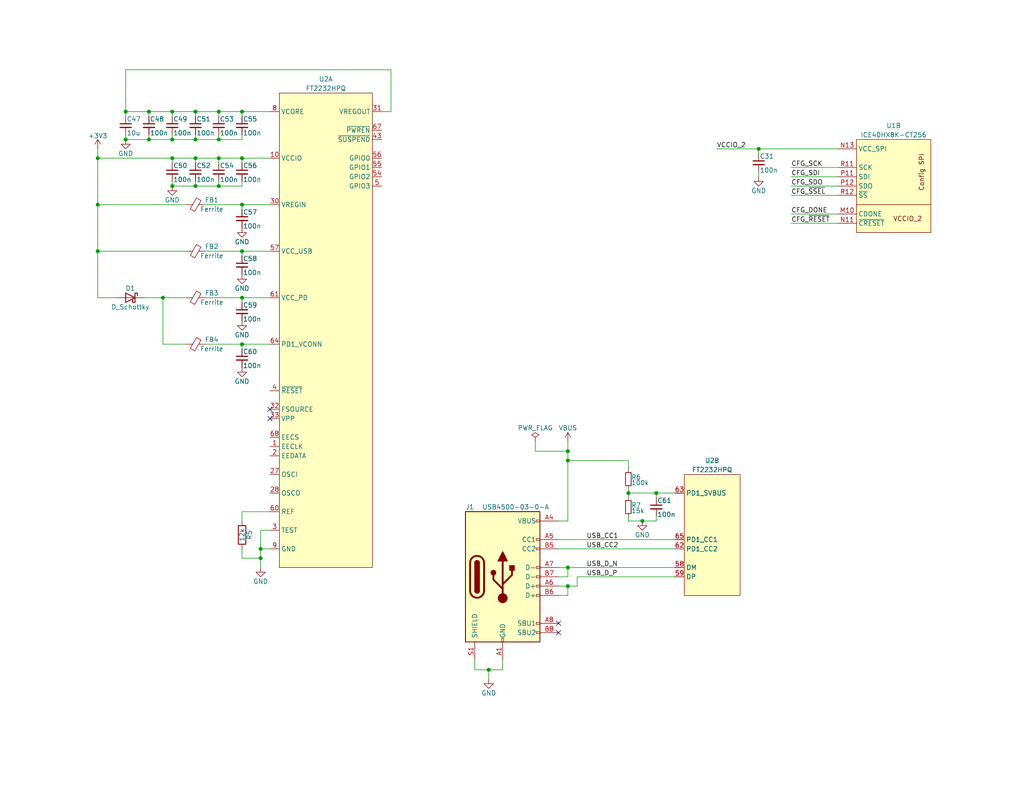
<source format=kicad_sch>
(kicad_sch (version 20211123) (generator eeschema)
  (paper "USLetter")
  (title_block (title "iCE40HX8K Development Board") (date "2022-04-30") (rev "0.1") (company "© 2022 Sam Hanes, licensed under CERN-OHL-S v2+") (comment 1 "https://github.com/Elemecca/ice40-dev"))
  (lib_symbols
    (symbol "0Local:FT2232HPQ"
      (property "Reference" "U" (at 0 26.67 0))
      (property "Value" "FT2232HPQ" (at 0 24.13 0))
      (symbol "FT2232HPQ_1_1"
        (rectangle (start -12.7 22.86) (end 12.7 -106.68) (fill (type background)))
        (pin output line (at -15.24 -73.66 0) (length 2.54) (name "EECLK") (number "1"))
        (pin power_in line (at -15.24 5.08 0) (length 2.54) (name "VCCIO") (number "10"))
        (pin bidirectional line (at -15.24 -76.2 0) (length 2.54) (name "EEDATA") (number "2"))
        (pin passive line (at -15.24 17.78 0) (length 2.54) hide (name "VCORE") (number "25"))
        (pin passive line (at -15.24 5.08 0) (length 2.54) hide (name "VCCIO") (number "26"))
        (pin input line (at -15.24 -81.28 0) (length 2.54) (name "OSCI") (number "27"))
        (pin output line (at -15.24 -86.36 0) (length 2.54) (name "OSCO") (number "28"))
        (pin passive line (at -15.24 -101.6 0) (length 2.54) hide (name "GND") (number "29"))
        (pin input line (at -15.24 -96.52 0) (length 2.54) (name "TEST") (number "3"))
        (pin power_in line (at -15.24 -7.62 0) (length 2.54) (name "VREGIN") (number "30"))
        (pin power_out line (at 15.24 17.78 180) (length 2.54) (name "VREGOUT") (number "31"))
        (pin power_in line (at -15.24 -63.5 0) (length 2.54) (name "FSOURCE") (number "32"))
        (pin power_in line (at -15.24 -66.04 0) (length 2.54) (name "VPP") (number "33"))
        (pin passive line (at -15.24 5.08 0) (length 2.54) hide (name "VCCIO") (number "39"))
        (pin input line (at -15.24 -58.42 0) (length 2.54) (name "~{RESET}") (number "4"))
        (pin output line (at 15.24 10.16 180) (length 2.54) (name "~{SUSPEND}") (number "43"))
        (pin passive line (at -15.24 17.78 0) (length 2.54) hide (name "VCORE") (number "44"))
        (pin bidirectional line (at 15.24 -2.54 180) (length 2.54) (name "GPIO3") (number "5"))
        (pin passive line (at -15.24 5.08 0) (length 2.54) hide (name "VCCIO") (number "51"))
        (pin bidirectional line (at 15.24 0 180) (length 2.54) (name "GPIO2") (number "54"))
        (pin bidirectional line (at 15.24 2.54 180) (length 2.54) (name "GPIO1") (number "55"))
        (pin bidirectional line (at 15.24 5.08 180) (length 2.54) (name "GPIO0") (number "56"))
        (pin power_in line (at -15.24 -20.32 0) (length 2.54) (name "VCC_USB") (number "57"))
        (pin input line (at -15.24 -91.44 0) (length 2.54) (name "REF") (number "60"))
        (pin power_in line (at -15.24 -33.02 0) (length 2.54) (name "VCC_PD") (number "61"))
        (pin power_in line (at -15.24 -45.72 0) (length 2.54) (name "PD1_VCONN") (number "64"))
        (pin passive line (at -15.24 17.78 0) (length 2.54) hide (name "VCORE") (number "66"))
        (pin output line (at 15.24 12.7 180) (length 2.54) (name "~{PWREN}") (number "67"))
        (pin bidirectional line (at -15.24 -71.12 0) (length 2.54) (name "EECS") (number "68"))
        (pin power_in line (at -15.24 17.78 0) (length 2.54) (name "VCORE") (number "8"))
        (pin power_in line (at -15.24 -101.6 0) (length 2.54) (name "GND") (number "9"))
      )
      (symbol "FT2232HPQ_2_1"
        (rectangle (start -7.62 22.86) (end 7.62 -10.16) (fill (type background)))
        (pin bidirectional line (at -10.16 -2.54 0) (length 2.54) (name "DM") (number "58"))
        (pin bidirectional line (at -10.16 -5.08 0) (length 2.54) (name "DP") (number "59"))
        (pin bidirectional line (at -10.16 2.54 0) (length 2.54) (name "PD1_CC2") (number "62"))
        (pin input line (at -10.16 17.78 0) (length 2.54) (name "PD1_SVBUS") (number "63"))
        (pin bidirectional line (at -10.16 5.08 0) (length 2.54) (name "PD1_CC1") (number "65"))
      )
      (symbol "FT2232HPQ_3_1"
        (rectangle (start 7.62 22.86) (end -7.62 -22.86) (fill (type background)))
        (pin bidirectional line (at 10.16 15.24 180) (length 2.54) (name "ADBUS2") (number "11"))
        (pin bidirectional line (at 10.16 12.7 180) (length 2.54) (name "ADBUS3") (number "12"))
        (pin bidirectional line (at 10.16 10.16 180) (length 2.54) (name "ADBUS4") (number "13"))
        (pin bidirectional line (at 10.16 7.62 180) (length 2.54) (name "ADBUS5") (number "14"))
        (pin bidirectional line (at 10.16 5.08 180) (length 2.54) (name "ADBUS6") (number "15"))
        (pin bidirectional line (at 10.16 2.54 180) (length 2.54) (name "ADBUS7") (number "16"))
        (pin bidirectional line (at 10.16 -2.54 180) (length 2.54) (name "ACBUS0") (number "17"))
        (pin bidirectional line (at 10.16 -5.08 180) (length 2.54) (name "ACBUS1") (number "18"))
        (pin bidirectional line (at 10.16 -7.62 180) (length 2.54) (name "ACBUS2") (number "19"))
        (pin bidirectional line (at 10.16 -10.16 180) (length 2.54) (name "ACBUS3") (number "20"))
        (pin bidirectional line (at 10.16 -12.7 180) (length 2.54) (name "ACBUS4") (number "21"))
        (pin bidirectional line (at 10.16 -15.24 180) (length 2.54) (name "ACBUS5") (number "22"))
        (pin bidirectional line (at 10.16 -17.78 180) (length 2.54) (name "ACBUS6") (number "23"))
        (pin bidirectional line (at 10.16 -20.32 180) (length 2.54) (name "ACBUS7") (number "24"))
        (pin bidirectional line (at 10.16 20.32 180) (length 2.54) (name "ADBUS0") (number "6"))
        (pin bidirectional line (at 10.16 17.78 180) (length 2.54) (name "ADBUS1") (number "7"))
      )
      (symbol "FT2232HPQ_4_1"
        (rectangle (start 7.62 22.86) (end -7.62 -22.86) (fill (type background)))
        (pin bidirectional line (at 10.16 20.32 180) (length 2.54) (name "BDBUS0") (number "34"))
        (pin bidirectional line (at 10.16 17.78 180) (length 2.54) (name "BDBUS1") (number "35"))
        (pin bidirectional line (at 10.16 15.24 180) (length 2.54) (name "BDBUS2") (number "36"))
        (pin bidirectional line (at 10.16 12.7 180) (length 2.54) (name "BDBUS3") (number "37"))
        (pin bidirectional line (at 10.16 10.16 180) (length 2.54) (name "BDBUS4") (number "38"))
        (pin bidirectional line (at 10.16 7.62 180) (length 2.54) (name "BDBUS5") (number "40"))
        (pin bidirectional line (at 10.16 5.08 180) (length 2.54) (name "BDBUS6") (number "41"))
        (pin bidirectional line (at 10.16 2.54 180) (length 2.54) (name "BDBUS7") (number "42"))
        (pin bidirectional line (at 10.16 -2.54 180) (length 2.54) (name "BCBUS0") (number "45"))
        (pin bidirectional line (at 10.16 -5.08 180) (length 2.54) (name "BCBUS1") (number "46"))
        (pin bidirectional line (at 10.16 -7.62 180) (length 2.54) (name "BCBUS2") (number "47"))
        (pin bidirectional line (at 10.16 -10.16 180) (length 2.54) (name "BCBUS3") (number "48"))
        (pin bidirectional line (at 10.16 -12.7 180) (length 2.54) (name "BCBUS4") (number "49"))
        (pin bidirectional line (at 10.16 -15.24 180) (length 2.54) (name "BCBUS5") (number "50"))
        (pin bidirectional line (at 10.16 -17.78 180) (length 2.54) (name "BCBUS6") (number "52"))
        (pin bidirectional line (at 10.16 -20.32 180) (length 2.54) (name "BCBUS7") (number "53"))
      )
    )
    (symbol "0Local:ICE40HX8K-CT256"
      (property "Reference" "U" (at 0 6.35 0))
      (property "Value" "ICE40HX8K-CT256" (at 0 3.81 0))
      (symbol "ICE40HX8K-CT256_1_0"
        (text "Power Input" (at 7.62 -19.05 900) (effects (font (size 1.27 1.27))))
      )
      (symbol "ICE40HX8K-CT256_1_1"
        (rectangle (start -10.16 2.54) (end 10.16 -40.64) (fill (type background)))
        (pin passive line (at -15.24 -38.1 0) (length 5.08) hide (name "GND") (number "A12"))
        (pin passive line (at -15.24 0 0) (length 5.08) hide (name "VCC") (number "A14"))
        (pin passive line (at -15.24 -38.1 0) (length 5.08) hide (name "GND") (number "A4"))
        (pin power_in line (at -15.24 -30.48 0) (length 5.08) (name "VPP_FAST") (number "D12"))
        (pin power_in line (at -15.24 -27.94 0) (length 5.08) (name "VPP_2V5") (number "E12"))
        (pin passive line (at -15.24 -38.1 0) (length 5.08) hide (name "GND") (number "E15"))
        (pin power_in line (at -15.24 -20.32 0) (length 5.08) (name "GNDPLL1") (number "E7"))
        (pin power_in line (at -15.24 -17.78 0) (length 5.08) (name "VCCPLL1") (number "E8"))
        (pin passive line (at -15.24 0 0) (length 5.08) hide (name "VCC") (number "F10"))
        (pin power_in line (at -15.24 0 0) (length 5.08) (name "VCC") (number "F6"))
        (pin passive line (at -15.24 -38.1 0) (length 5.08) hide (name "GND") (number "G7"))
        (pin passive line (at -15.24 -38.1 0) (length 5.08) hide (name "GND") (number "G8"))
        (pin passive line (at -15.24 -38.1 0) (length 5.08) hide (name "GND") (number "G9"))
        (pin passive line (at -15.24 -38.1 0) (length 5.08) hide (name "GND") (number "H7"))
        (pin passive line (at -15.24 -38.1 0) (length 5.08) hide (name "GND") (number "H8"))
        (pin passive line (at -15.24 -38.1 0) (length 5.08) hide (name "GND") (number "H9"))
        (pin passive line (at -15.24 -38.1 0) (length 5.08) hide (name "GND") (number "J7"))
        (pin passive line (at -15.24 -38.1 0) (length 5.08) hide (name "GND") (number "J8"))
        (pin passive line (at -15.24 -38.1 0) (length 5.08) hide (name "GND") (number "J9"))
        (pin passive line (at -15.24 0 0) (length 5.08) hide (name "VCC") (number "K10"))
        (pin passive line (at -15.24 -38.1 0) (length 5.08) hide (name "GND") (number "K2"))
        (pin passive line (at -15.24 0 0) (length 5.08) hide (name "VCC") (number "K6"))
        (pin passive line (at -15.24 -38.1 0) (length 5.08) hide (name "GND") (number "K7"))
        (pin passive line (at -15.24 -38.1 0) (length 5.08) hide (name "GND") (number "L15"))
        (pin passive line (at -15.24 0 0) (length 5.08) hide (name "VCC") (number "L2"))
        (pin power_in line (at -15.24 -7.62 0) (length 5.08) (name "VCCPLL0") (number "L8"))
        (pin power_in line (at -15.24 -10.16 0) (length 5.08) (name "GNDPLL0") (number "N8"))
        (pin passive line (at -15.24 -38.1 0) (length 5.08) hide (name "GND") (number "R7"))
        (pin passive line (at -15.24 -38.1 0) (length 5.08) hide (name "GND") (number "T12"))
        (pin power_in line (at -15.24 -38.1 0) (length 5.08) (name "GND") (number "T4"))
      )
      (symbol "ICE40HX8K-CT256_2_0"
        (polyline (pts (xy -10.16 -15.24) (xy 10.16 -15.24)))
        (text "Config SPI" (at 7.62 -6.35 900) (effects (font (size 1.27 1.27))))
        (text "VCCIO_2" (at 3.81 -19.05 0) (effects (font (size 1.27 1.27))))
      )
      (symbol "ICE40HX8K-CT256_2_1"
        (rectangle (start -10.16 2.54) (end 10.16 -22.86) (fill (type background)))
        (pin output line (at -15.24 -17.78 0) (length 5.08) (name "CDONE") (number "M10"))
        (pin input line (at -15.24 -20.32 0) (length 5.08) (name "~{CRESET}") (number "N11"))
        (pin power_in line (at -15.24 0 0) (length 5.08) (name "VCC_SPI") (number "N13"))
        (pin bidirectional line (at -15.24 -7.62 0) (length 5.08) (name "SDI") (number "P11"))
        (pin bidirectional line (at -15.24 -10.16 0) (length 5.08) (name "SDO") (number "P12"))
        (pin bidirectional line (at -15.24 -5.08 0) (length 5.08) (name "SCK") (number "R11"))
        (pin bidirectional line (at -15.24 -12.7 0) (length 5.08) (name "~{SS}") (number "R12"))
      )
      (symbol "ICE40HX8K-CT256_3_0"
        (text "IO Bank 3" (at -7.62 -31.75 900) (effects (font (size 1.27 1.27))))
      )
      (symbol "ICE40HX8K-CT256_3_1"
        (rectangle (start -10.16 2.54) (end 10.16 -134.62) (fill (type background)))
        (pin tri_state line (at 15.24 -10.16 180) (length 5.08) (name "PIO3_2B") (number "B1"))
        (pin tri_state line (at 15.24 -5.08 180) (length 5.08) (name "PIO3_1B") (number "B2"))
        (pin tri_state line (at 15.24 -12.7 180) (length 5.08) (name "PIO3_3A") (number "C1"))
        (pin tri_state line (at 15.24 -15.24 180) (length 5.08) (name "PIO3_3B") (number "C2"))
        (pin tri_state line (at 15.24 -25.4 180) (length 5.08) (name "PIO3_5B") (number "D1"))
        (pin tri_state line (at 15.24 -20.32 180) (length 5.08) (name "PIO3_4B") (number "D2"))
        (pin power_in line (at -15.24 0 0) (length 5.08) (name "VCCIO_3") (number "E1"))
        (pin tri_state line (at 15.24 -35.56 180) (length 5.08) (name "PIO3_7B") (number "E2"))
        (pin tri_state line (at 15.24 -30.48 180) (length 5.08) (name "PIO3_6B") (number "E3"))
        (pin tri_state line (at 15.24 -2.54 180) (length 5.08) (name "PIO3_1A") (number "E4"))
        (pin tri_state line (at 15.24 -50.8 180) (length 5.08) (name "PIO3_10B") (number "F1"))
        (pin tri_state line (at 15.24 -45.72 180) (length 5.08) (name "PIO3_9B") (number "F2"))
        (pin tri_state line (at 15.24 -40.64 180) (length 5.08) (name "PIO3_8B") (number "F3"))
        (pin tri_state line (at 15.24 -17.78 180) (length 5.08) (name "PIO3_4A") (number "F4"))
        (pin tri_state line (at 15.24 -7.62 180) (length 5.08) (name "PIO3_2A") (number "F5"))
        (pin tri_state line (at 15.24 -66.04 180) (length 5.08) (name "GBIN7/PIO3_13B") (number "G1"))
        (pin tri_state line (at 15.24 -55.88 180) (length 5.08) (name "PIO3_11B") (number "G2"))
        (pin tri_state line (at 15.24 -38.1 180) (length 5.08) (name "PIO3_8A") (number "G3"))
        (pin tri_state line (at 15.24 -27.94 180) (length 5.08) (name "PIO3_6A") (number "G4"))
        (pin tri_state line (at 15.24 -22.86 180) (length 5.08) (name "PIO3_5A") (number "G5"))
        (pin passive line (at -15.24 0 0) (length 5.08) hide (name "VCCIO_3") (number "G6"))
        (pin tri_state line (at 15.24 -71.12 180) (length 5.08) (name "PIO3_14B") (number "H1"))
        (pin tri_state line (at 15.24 -60.96 180) (length 5.08) (name "PIO3_12B") (number "H2"))
        (pin tri_state line (at 15.24 -43.18 180) (length 5.08) (name "PIO3_9A") (number "H3"))
        (pin tri_state line (at 15.24 -53.34 180) (length 5.08) (name "PIO3_11A") (number "H4"))
        (pin tri_state line (at 15.24 -33.02 180) (length 5.08) (name "PIO3_7A") (number "H5"))
        (pin tri_state line (at 15.24 -48.26 180) (length 5.08) (name "PIO3_10A") (number "H6"))
        (pin tri_state line (at 15.24 -76.2 180) (length 5.08) (name "PIO3_15B") (number "J1"))
        (pin tri_state line (at 15.24 -73.66 180) (length 5.08) (name "PIO3_15A") (number "J2"))
        (pin tri_state line (at 15.24 -68.58 180) (length 5.08) (name "GBIN6/PIO3_14A") (number "J3"))
        (pin tri_state line (at 15.24 -58.42 180) (length 5.08) (name "PIO3_12A") (number "J4"))
        (pin tri_state line (at 15.24 -63.5 180) (length 5.08) (name "PIO3_13A") (number "J5"))
        (pin passive line (at -15.24 0 0) (length 5.08) hide (name "VCCIO_3") (number "J6"))
        (pin tri_state line (at 15.24 -78.74 180) (length 5.08) (name "PIO3_16A") (number "K1"))
        (pin tri_state line (at 15.24 -81.28 180) (length 5.08) (name "PIO3_16B") (number "K3"))
        (pin tri_state line (at 15.24 -88.9 180) (length 5.08) (name "PIO3_18A") (number "K4"))
        (pin tri_state line (at 15.24 -99.06 180) (length 5.08) (name "PIO3_20A") (number "K5"))
        (pin tri_state line (at 15.24 -86.36 180) (length 5.08) (name "PIO3_17B") (number "L1"))
        (pin tri_state line (at 15.24 -96.52 180) (length 5.08) (name "PIO3_19B") (number "L3"))
        (pin tri_state line (at 15.24 -83.82 180) (length 5.08) (name "PIO3_17A") (number "L4"))
        (pin tri_state line (at 15.24 -114.3 180) (length 5.08) (name "PIO3_23A") (number "L5"))
        (pin tri_state line (at 15.24 -93.98 180) (length 5.08) (name "PIO3_19A") (number "L6"))
        (pin tri_state line (at 15.24 -104.14 180) (length 5.08) (name "PIO3_21A") (number "L7"))
        (pin tri_state line (at 15.24 -91.44 180) (length 5.08) (name "PIO3_18B") (number "M1"))
        (pin tri_state line (at 15.24 -101.6 180) (length 5.08) (name "PIO3_20B") (number "M2"))
        (pin tri_state line (at 15.24 -111.76 180) (length 5.08) (name "PIO3_22B") (number "M3"))
        (pin tri_state line (at 15.24 -121.92 180) (length 5.08) (name "PIO3_24B") (number "M4"))
        (pin tri_state line (at 15.24 -127 180) (length 5.08) (name "PIO3_25B") (number "M5"))
        (pin tri_state line (at 15.24 -109.22 180) (length 5.08) (name "PIO3_22A") (number "M6"))
        (pin passive line (at -15.24 0 0) (length 5.08) hide (name "VCCIO_3") (number "N1"))
        (pin tri_state line (at 15.24 -106.68 180) (length 5.08) (name "PIO3_21B") (number "N2"))
        (pin tri_state line (at 15.24 -116.84 180) (length 5.08) (name "PIO3_23B") (number "N3"))
        (pin tri_state line (at 15.24 -132.08 180) (length 5.08) (name "PIO3_26B") (number "N4"))
        (pin tri_state line (at 15.24 -119.38 180) (length 5.08) (name "PIO3_24A") (number "P1"))
        (pin tri_state line (at 15.24 -124.46 180) (length 5.08) (name "PIO3_25A") (number "P2"))
        (pin tri_state line (at 15.24 -129.54 180) (length 5.08) (name "PIO3_26A") (number "R1"))
      )
      (symbol "ICE40HX8K-CT256_4_0"
        (text "IO Bank 2" (at -7.62 -33.02 900) (effects (font (size 1.27 1.27))))
      )
      (symbol "ICE40HX8K-CT256_4_1"
        (rectangle (start -10.16 2.54) (end 10.16 -119.38) (fill (type background)))
        (pin tri_state line (at 15.24 -114.3 180) (length 5.08) (name "CBSEL0/PIO2_103") (number "K11"))
        (pin power_in line (at -15.24 0 0) (length 5.08) (name "VCCIO_2") (number "K8"))
        (pin tri_state line (at 15.24 -71.12 180) (length 5.08) (name "GBIN4/PIO2_82") (number "K9"))
        (pin tri_state line (at 15.24 -78.74 180) (length 5.08) (name "PIO2_85") (number "L10"))
        (pin tri_state line (at 15.24 -104.14 180) (length 5.08) (name "PIO2_99") (number "L11"))
        (pin tri_state line (at 15.24 -50.8 180) (length 5.08) (name "PIO2_74") (number "L9"))
        (pin tri_state line (at 15.24 -96.52 180) (length 5.08) (name "PIO2_93") (number "M11"))
        (pin tri_state line (at 15.24 -109.22 180) (length 5.08) (name "PIO2_101") (number "M12"))
        (pin tri_state line (at 15.24 -30.48 180) (length 5.08) (name "PIO2_64") (number "M7"))
        (pin tri_state line (at 15.24 -38.1 180) (length 5.08) (name "PIO2_68") (number "M8"))
        (pin tri_state line (at 15.24 -66.04 180) (length 5.08) (name "PIO2_80") (number "M9"))
        (pin tri_state line (at 15.24 -83.82 180) (length 5.08) (name "PIO2_87") (number "N10"))
        (pin tri_state line (at 15.24 -101.6 180) (length 5.08) (name "PIO2_98") (number "N12"))
        (pin tri_state line (at 15.24 -12.7 180) (length 5.08) (name "PIO2_56") (number "N5"))
        (pin tri_state line (at 15.24 -2.54 180) (length 5.08) (name "PIO2_52") (number "N6"))
        (pin tri_state line (at 15.24 -33.02 180) (length 5.08) (name "PIO2_66") (number "N7"))
        (pin tri_state line (at 15.24 -60.96 180) (length 5.08) (name "PIO2_78") (number "N9"))
        (pin tri_state line (at 15.24 -81.28 180) (length 5.08) (name "PIO2_86") (number "P10"))
        (pin tri_state line (at 15.24 -116.84 180) (length 5.08) (name "CBSEL1/PIO2_104") (number "P13"))
        (pin passive line (at -15.24 0 0) (length 5.08) hide (name "VCCIO_2") (number "P3"))
        (pin tri_state line (at 15.24 -7.62 180) (length 5.08) (name "PIO2_54") (number "P4"))
        (pin tri_state line (at 15.24 -17.78 180) (length 5.08) (name "PIO2_58") (number "P5"))
        (pin tri_state line (at 15.24 -35.56 180) (length 5.08) (name "PIO2_67") (number "P6"))
        (pin tri_state line (at 15.24 -58.42 180) (length 5.08) (name "PIO2_77") (number "P7"))
        (pin tri_state line (at 15.24 -45.72 180) (length 5.08) (name "PIO2_72") (number "P8"))
        (pin tri_state line (at 15.24 -73.66 180) (length 5.08) (name "PIO2_83") (number "P9"))
        (pin tri_state line (at 15.24 -76.2 180) (length 5.08) (name "PIO2_84") (number "R10"))
        (pin passive line (at -15.24 0 0) (length 5.08) hide (name "VCCIO_2") (number "R13"))
        (pin tri_state line (at 15.24 -111.76 180) (length 5.08) (name "PIO2_102") (number "R16"))
        (pin tri_state line (at 15.24 -10.16 180) (length 5.08) (name "PIO2_55") (number "R2"))
        (pin tri_state line (at 15.24 -20.32 180) (length 5.08) (name "PIO2_59") (number "R3"))
        (pin tri_state line (at 15.24 -27.94 180) (length 5.08) (name "PIO2_63") (number "R4"))
        (pin tri_state line (at 15.24 -22.86 180) (length 5.08) (name "PIO2_60") (number "R5"))
        (pin tri_state line (at 15.24 -43.18 180) (length 5.08) (name "PIO2_71") (number "R6"))
        (pin passive line (at -15.24 0 0) (length 5.08) hide (name "VCCIO_2") (number "R8"))
        (pin tri_state line (at 15.24 -68.58 180) (length 5.08) (name "GBIN5/PIO2_81") (number "R9"))
        (pin tri_state line (at 15.24 -5.08 180) (length 5.08) (name "PIO2_53") (number "T1"))
        (pin tri_state line (at 15.24 -86.36 180) (length 5.08) (name "PIO2_88") (number "T10"))
        (pin tri_state line (at 15.24 -88.9 180) (length 5.08) (name "PIO2_89") (number "T11"))
        (pin tri_state line (at 15.24 -99.06 180) (length 5.08) (name "PIO2_94") (number "T13"))
        (pin tri_state line (at 15.24 -93.98 180) (length 5.08) (name "PIO2_92") (number "T14"))
        (pin tri_state line (at 15.24 -91.44 180) (length 5.08) (name "PIO2_91") (number "T15"))
        (pin tri_state line (at 15.24 -106.68 180) (length 5.08) (name "PIO2_100") (number "T16"))
        (pin tri_state line (at 15.24 -15.24 180) (length 5.08) (name "PIO2_57") (number "T2"))
        (pin tri_state line (at 15.24 -25.4 180) (length 5.08) (name "PIO2_61") (number "T3"))
        (pin tri_state line (at 15.24 -40.64 180) (length 5.08) (name "PIO2_69") (number "T5"))
        (pin tri_state line (at 15.24 -48.26 180) (length 5.08) (name "PIO2_73") (number "T6"))
        (pin tri_state line (at 15.24 -53.34 180) (length 5.08) (name "PIO2_75") (number "T7"))
        (pin tri_state line (at 15.24 -55.88 180) (length 5.08) (name "PIO2_76") (number "T8"))
        (pin tri_state line (at 15.24 -63.5 180) (length 5.08) (name "PIO2_79") (number "T9"))
      )
      (symbol "ICE40HX8K-CT256_5_0"
        (text "IO Bank 1" (at -7.62 -35.56 900) (effects (font (size 1.27 1.27))))
      )
      (symbol "ICE40HX8K-CT256_5_1"
        (rectangle (start -10.16 2.54) (end 10.16 -134.62) (fill (type background)))
        (pin tri_state line (at 15.24 -127 180) (length 5.08) (name "PIO1_165") (number "B16"))
        (pin power_in line (at -15.24 0 0) (length 5.08) (name "VCCIO_1") (number "C15"))
        (pin tri_state line (at 15.24 -121.92 180) (length 5.08) (name "PIO1_161") (number "C16"))
        (pin tri_state line (at 15.24 -132.08 180) (length 5.08) (name "PIO1_167") (number "D14"))
        (pin tri_state line (at 15.24 -114.3 180) (length 5.08) (name "PIO1_157") (number "D15"))
        (pin tri_state line (at 15.24 -104.14 180) (length 5.08) (name "PIO1_153") (number "D16"))
        (pin tri_state line (at 15.24 -129.54 180) (length 5.08) (name "PIO1_166") (number "E13"))
        (pin tri_state line (at 15.24 -119.38 180) (length 5.08) (name "PIO1_160") (number "E14"))
        (pin tri_state line (at 15.24 -99.06 180) (length 5.08) (name "PIO1_151") (number "E16"))
        (pin tri_state line (at 15.24 -116.84 180) (length 5.08) (name "PIO1_158") (number "F11"))
        (pin tri_state line (at 15.24 -111.76 180) (length 5.08) (name "PIO1_156") (number "F12"))
        (pin tri_state line (at 15.24 -124.46 180) (length 5.08) (name "PIO1_162") (number "F13"))
        (pin tri_state line (at 15.24 -109.22 180) (length 5.08) (name "PIO1_155") (number "F14"))
        (pin tri_state line (at 15.24 -93.98 180) (length 5.08) (name "PIO1_149") (number "F15"))
        (pin tri_state line (at 15.24 -88.9 180) (length 5.08) (name "PIO1_147") (number "F16"))
        (pin tri_state line (at 15.24 -86.36 180) (length 5.08) (name "PIO1_146") (number "G10"))
        (pin tri_state line (at 15.24 -91.44 180) (length 5.08) (name "PIO1_148") (number "G11"))
        (pin tri_state line (at 15.24 -106.68 180) (length 5.08) (name "PIO1_154") (number "G12"))
        (pin tri_state line (at 15.24 -101.6 180) (length 5.08) (name "PIO1_152") (number "G13"))
        (pin tri_state line (at 15.24 -96.52 180) (length 5.08) (name "PIO1_150") (number "G14"))
        (pin tri_state line (at 15.24 -83.82 180) (length 5.08) (name "PIO1_145") (number "G15"))
        (pin tri_state line (at 15.24 -78.74 180) (length 5.08) (name "PIO1_143") (number "G16"))
        (pin passive line (at -15.24 0 0) (length 5.08) hide (name "VCCIO_1") (number "H10"))
        (pin tri_state line (at 15.24 -71.12 180) (length 5.08) (name "GBIN3/PIO1_140") (number "H11"))
        (pin tri_state line (at 15.24 -81.28 180) (length 5.08) (name "PIO1_144") (number "H12"))
        (pin tri_state line (at 15.24 -68.58 180) (length 5.08) (name "PIO1_139") (number "H13"))
        (pin tri_state line (at 15.24 -76.2 180) (length 5.08) (name "PIO1_142") (number "H14"))
        (pin passive line (at -15.24 0 0) (length 5.08) hide (name "VCCIO_1") (number "H15"))
        (pin tri_state line (at 15.24 -73.66 180) (length 5.08) (name "GBIN2/PIO1_141") (number "H16"))
        (pin tri_state line (at 15.24 -35.56 180) (length 5.08) (name "PIO1_122") (number "J10"))
        (pin tri_state line (at 15.24 -40.64 180) (length 5.08) (name "PIO1_126") (number "J11"))
        (pin tri_state line (at 15.24 -60.96 180) (length 5.08) (name "PIO1_136") (number "J12"))
        (pin tri_state line (at 15.24 -63.5 180) (length 5.08) (name "PIO1_137") (number "J13"))
        (pin tri_state line (at 15.24 -58.42 180) (length 5.08) (name "PIO1_134") (number "J14"))
        (pin tri_state line (at 15.24 -50.8 180) (length 5.08) (name "PIO1_130") (number "J15"))
        (pin tri_state line (at 15.24 -66.04 180) (length 5.08) (name "PIO1_138") (number "J16"))
        (pin tri_state line (at 15.24 -30.48 180) (length 5.08) (name "PIO1_120") (number "K12"))
        (pin tri_state line (at 15.24 -45.72 180) (length 5.08) (name "PIO1_128") (number "K13"))
        (pin tri_state line (at 15.24 -48.26 180) (length 5.08) (name "PIO1_129") (number "K14"))
        (pin tri_state line (at 15.24 -53.34 180) (length 5.08) (name "PIO1_131") (number "K15"))
        (pin tri_state line (at 15.24 -55.88 180) (length 5.08) (name "PIO1_133") (number "K16"))
        (pin tri_state line (at 15.24 -20.32 180) (length 5.08) (name "PIO1_116") (number "L12"))
        (pin tri_state line (at 15.24 -25.4 180) (length 5.08) (name "PIO1_118") (number "L13"))
        (pin tri_state line (at 15.24 -27.94 180) (length 5.08) (name "PIO1_119") (number "L14"))
        (pin tri_state line (at 15.24 -43.18 180) (length 5.08) (name "PIO1_127") (number "L16"))
        (pin tri_state line (at 15.24 -15.24 180) (length 5.08) (name "PIO1_114") (number "M13"))
        (pin tri_state line (at 15.24 -17.78 180) (length 5.08) (name "PIO1_115") (number "M14"))
        (pin tri_state line (at 15.24 -38.1 180) (length 5.08) (name "PIO1_123") (number "M15"))
        (pin tri_state line (at 15.24 -33.02 180) (length 5.08) (name "PIO1_121") (number "M16"))
        (pin no_connect line (at -10.16 -132.08 0) (length 5.08) hide (name "NC") (number "N14"))
        (pin passive line (at -15.24 0 0) (length 5.08) hide (name "VCCIO_1") (number "N15"))
        (pin tri_state line (at 15.24 -22.86 180) (length 5.08) (name "PIO1_117") (number "N16"))
        (pin tri_state line (at 15.24 -7.62 180) (length 5.08) (name "PIO1_111") (number "P14"))
        (pin tri_state line (at 15.24 -10.16 180) (length 5.08) (name "PIO1_112") (number "P15"))
        (pin tri_state line (at 15.24 -12.7 180) (length 5.08) (name "PIO1_113") (number "P16"))
        (pin tri_state line (at 15.24 -2.54 180) (length 5.08) (name "PIO1_109") (number "R14"))
        (pin tri_state line (at 15.24 -5.08 180) (length 5.08) (name "PIO1_110") (number "R15"))
      )
      (symbol "ICE40HX8K-CT256_6_0"
        (text "IO Bank 0" (at -7.62 -31.75 900) (effects (font (size 1.27 1.27))))
      )
      (symbol "ICE40HX8K-CT256_6_1"
        (rectangle (start -10.16 2.54) (end 10.16 -134.62) (fill (type background)))
        (pin tri_state line (at 15.24 -114.3 180) (length 5.08) (name "PIO0_220") (number "A1"))
        (pin tri_state line (at 15.24 -45.72 180) (length 5.08) (name "PIO0_186") (number "A10"))
        (pin tri_state line (at 15.24 -48.26 180) (length 5.08) (name "PIO0_187") (number "A11"))
        (pin power_in line (at -15.24 0 0) (length 5.08) (name "VCCIO_0") (number "A13"))
        (pin tri_state line (at 15.24 -22.86 180) (length 5.08) (name "PIO0_177") (number "A15"))
        (pin tri_state line (at 15.24 -20.32 180) (length 5.08) (name "PIO0_176") (number "A16"))
        (pin tri_state line (at 15.24 -109.22 180) (length 5.08) (name "PIO0_218") (number "A2"))
        (pin passive line (at -15.24 0 0) (length 5.08) hide (name "VCCIO_0") (number "A3"))
        (pin tri_state line (at 15.24 -99.06 180) (length 5.08) (name "PIO0_213") (number "A5"))
        (pin tri_state line (at 15.24 -93.98 180) (length 5.08) (name "PIO0_211") (number "A6"))
        (pin tri_state line (at 15.24 -78.74 180) (length 5.08) (name "PIO0_205") (number "A7"))
        (pin passive line (at -15.24 0 0) (length 5.08) hide (name "VCCIO_0") (number "A8"))
        (pin tri_state line (at 15.24 -60.96 180) (length 5.08) (name "PIO0_194") (number "A9"))
        (pin tri_state line (at 15.24 -38.1 180) (length 5.08) (name "PIO0_183") (number "B10"))
        (pin tri_state line (at 15.24 -40.64 180) (length 5.08) (name "PIO0_184") (number "B11"))
        (pin tri_state line (at 15.24 -35.56 180) (length 5.08) (name "PIO0_182") (number "B12"))
        (pin tri_state line (at 15.24 -25.4 180) (length 5.08) (name "PIO0_178") (number "B13"))
        (pin tri_state line (at 15.24 -10.16 180) (length 5.08) (name "PIO0_171") (number "B14"))
        (pin tri_state line (at 15.24 -5.08 180) (length 5.08) (name "PIO0_169") (number "B15"))
        (pin tri_state line (at 15.24 -121.92 180) (length 5.08) (name "PIO0_223") (number "B3"))
        (pin tri_state line (at 15.24 -106.68 180) (length 5.08) (name "PIO0_216") (number "B4"))
        (pin tri_state line (at 15.24 -101.6 180) (length 5.08) (name "PIO0_214") (number "B5"))
        (pin tri_state line (at 15.24 -86.36 180) (length 5.08) (name "PIO0_208") (number "B6"))
        (pin tri_state line (at 15.24 -83.82 180) (length 5.08) (name "PIO0_207") (number "B7"))
        (pin tri_state line (at 15.24 -76.2 180) (length 5.08) (name "PIO0_203") (number "B8"))
        (pin tri_state line (at 15.24 -71.12 180) (length 5.08) (name "PIO0_199") (number "B9"))
        (pin tri_state line (at 15.24 -43.18 180) (length 5.08) (name "PIO0_185") (number "C10"))
        (pin tri_state line (at 15.24 -30.48 180) (length 5.08) (name "PIO0_180") (number "C11"))
        (pin tri_state line (at 15.24 -12.7 180) (length 5.08) (name "PIO0_172") (number "C12"))
        (pin tri_state line (at 15.24 -17.78 180) (length 5.08) (name "PIO0_174") (number "C13"))
        (pin tri_state line (at 15.24 -2.54 180) (length 5.08) (name "PIO0_168") (number "C14"))
        (pin tri_state line (at 15.24 -132.08 180) (length 5.08) (name "PIO0_227") (number "C3"))
        (pin tri_state line (at 15.24 -119.38 180) (length 5.08) (name "PIO0_222") (number "C4"))
        (pin tri_state line (at 15.24 -116.84 180) (length 5.08) (name "PIO0_221") (number "C5"))
        (pin tri_state line (at 15.24 -88.9 180) (length 5.08) (name "PIO0_209") (number "C6"))
        (pin tri_state line (at 15.24 -81.28 180) (length 5.08) (name "PIO0_206") (number "C7"))
        (pin tri_state line (at 15.24 -66.04 180) (length 5.08) (name "GBIN1/PIO0_197") (number "C8"))
        (pin tri_state line (at 15.24 -53.34 180) (length 5.08) (name "PIO0_191") (number "C9"))
        (pin tri_state line (at 15.24 -50.8 180) (length 5.08) (name "PIO0_190") (number "D10"))
        (pin tri_state line (at 15.24 -33.02 180) (length 5.08) (name "PIO0_181") (number "D11"))
        (pin tri_state line (at 15.24 -7.62 180) (length 5.08) (name "PIO0_170") (number "D13"))
        (pin tri_state line (at 15.24 -129.54 180) (length 5.08) (name "PIO0_226") (number "D3"))
        (pin tri_state line (at 15.24 -124.46 180) (length 5.08) (name "PIO0_224") (number "D4"))
        (pin tri_state line (at 15.24 -111.76 180) (length 5.08) (name "PIO0_219") (number "D5"))
        (pin tri_state line (at 15.24 -96.52 180) (length 5.08) (name "PIO0_212") (number "D6"))
        (pin tri_state line (at 15.24 -91.44 180) (length 5.08) (name "PIO0_210") (number "D7"))
        (pin tri_state line (at 15.24 -73.66 180) (length 5.08) (name "PIO0_200") (number "D8"))
        (pin tri_state line (at 15.24 -58.42 180) (length 5.08) (name "PIO0_193") (number "D9"))
        (pin tri_state line (at 15.24 -27.94 180) (length 5.08) (name "PIO0_179") (number "E10"))
        (pin tri_state line (at 15.24 -15.24 180) (length 5.08) (name "PIO0_173") (number "E11"))
        (pin tri_state line (at 15.24 -127 180) (length 5.08) (name "PIO0_225") (number "E5"))
        (pin tri_state line (at 15.24 -104.14 180) (length 5.08) (name "PIO0_215") (number "E6"))
        (pin tri_state line (at 15.24 -55.88 180) (length 5.08) (name "PIO0_192") (number "E9"))
        (pin tri_state line (at 15.24 -68.58 180) (length 5.08) (name "GBIN0/PIO0_198") (number "F7"))
        (pin passive line (at -15.24 0 0) (length 5.08) hide (name "VCCIO_0") (number "F8"))
        (pin tri_state line (at 15.24 -63.5 180) (length 5.08) (name "PIO0_196") (number "F9"))
      )
    )
    (symbol "Connector:USB_C_Receptacle_USB2.0" (pin_names (offset 1.016))
      (property "Reference" "J" (at -10.16 19.05 0))
      (property "Value" "USB_C_Receptacle_USB2.0" (at 19.05 19.05 0))
      (symbol "USB_C_Receptacle_USB2.0_0_0"
        (rectangle (start -0.254 -17.78) (end 0.254 -16.764))
        (rectangle (start 10.16 -14.986) (end 9.144 -15.494))
        (rectangle (start 10.16 -12.446) (end 9.144 -12.954))
        (rectangle (start 10.16 -4.826) (end 9.144 -5.334))
        (rectangle (start 10.16 -2.286) (end 9.144 -2.794))
        (rectangle (start 10.16 0.254) (end 9.144 -0.254))
        (rectangle (start 10.16 2.794) (end 9.144 2.286))
        (rectangle (start 10.16 7.874) (end 9.144 7.366))
        (rectangle (start 10.16 10.414) (end 9.144 9.906))
        (rectangle (start 10.16 15.494) (end 9.144 14.986))
      )
      (symbol "USB_C_Receptacle_USB2.0_0_1"
        (rectangle (start -10.16 17.78) (end 10.16 -17.78) (stroke (width 0.254)) (fill (type background)))
        (arc (start -8.89 -3.81) (mid -6.985 -5.715) (end -5.08 -3.81) (stroke (width 0.508)))
        (arc (start -7.62 -3.81) (mid -6.985 -4.445) (end -6.35 -3.81) (stroke (width 0.254)))
        (arc (start -7.62 -3.81) (mid -6.985 -4.445) (end -6.35 -3.81) (stroke (width 0.254)) (fill (type outline)))
        (rectangle (start -7.62 -3.81) (end -6.35 3.81) (stroke (width 0.254)) (fill (type outline)))
        (arc (start -6.35 3.81) (mid -6.985 4.445) (end -7.62 3.81) (stroke (width 0.254)))
        (arc (start -6.35 3.81) (mid -6.985 4.445) (end -7.62 3.81) (stroke (width 0.254)) (fill (type outline)))
        (arc (start -5.08 3.81) (mid -6.985 5.715) (end -8.89 3.81) (stroke (width 0.508)))
        (circle (center -2.54 1.143) (radius 0.635) (stroke (width 0.254)) (fill (type outline)))
        (circle (center 0 -5.842) (radius 1.27) (fill (type outline)))
        (polyline (pts (xy -8.89 -3.81) (xy -8.89 3.81)) (stroke (width 0.508)))
        (polyline (pts (xy -5.08 3.81) (xy -5.08 -3.81)) (stroke (width 0.508)))
        (polyline (pts (xy 0 -5.842) (xy 0 4.318)) (stroke (width 0.508)))
        (polyline (pts (xy 0 -3.302) (xy -2.54 -0.762) (xy -2.54 0.508)) (stroke (width 0.508)))
        (polyline (pts (xy 0 -2.032) (xy 2.54 0.508) (xy 2.54 1.778)) (stroke (width 0.508)))
        (polyline (pts (xy -1.27 4.318) (xy 0 6.858) (xy 1.27 4.318) (xy -1.27 4.318)) (stroke (width 0.254)) (fill (type outline)))
        (rectangle (start 1.905 1.778) (end 3.175 3.048) (stroke (width 0.254)) (fill (type outline)))
      )
      (symbol "USB_C_Receptacle_USB2.0_1_1"
        (pin passive line (at 0 -22.86 90) (length 5.08) (name "GND") (number "A1"))
        (pin passive line (at 0 -22.86 90) (length 5.08) hide (name "GND") (number "A12"))
        (pin passive line (at 15.24 15.24 180) (length 5.08) (name "VBUS") (number "A4"))
        (pin bidirectional line (at 15.24 10.16 180) (length 5.08) (name "CC1") (number "A5"))
        (pin bidirectional line (at 15.24 -2.54 180) (length 5.08) (name "D+") (number "A6"))
        (pin bidirectional line (at 15.24 2.54 180) (length 5.08) (name "D-") (number "A7"))
        (pin bidirectional line (at 15.24 -12.7 180) (length 5.08) (name "SBU1") (number "A8"))
        (pin passive line (at 15.24 15.24 180) (length 5.08) hide (name "VBUS") (number "A9"))
        (pin passive line (at 0 -22.86 90) (length 5.08) hide (name "GND") (number "B1"))
        (pin passive line (at 0 -22.86 90) (length 5.08) hide (name "GND") (number "B12"))
        (pin passive line (at 15.24 15.24 180) (length 5.08) hide (name "VBUS") (number "B4"))
        (pin bidirectional line (at 15.24 7.62 180) (length 5.08) (name "CC2") (number "B5"))
        (pin bidirectional line (at 15.24 -5.08 180) (length 5.08) (name "D+") (number "B6"))
        (pin bidirectional line (at 15.24 0 180) (length 5.08) (name "D-") (number "B7"))
        (pin bidirectional line (at 15.24 -15.24 180) (length 5.08) (name "SBU2") (number "B8"))
        (pin passive line (at 15.24 15.24 180) (length 5.08) hide (name "VBUS") (number "B9"))
        (pin passive line (at -7.62 -22.86 90) (length 5.08) (name "SHIELD") (number "S1"))
      )
    )
    (symbol "Device:C_Small" (pin_numbers hide) (pin_names (offset 0.254) hide)
      (property "Reference" "C" (at 0.254 1.778 0))
      (property "Value" "C_Small" (at 0.254 -2.032 0))
      (symbol "C_Small_0_1"
        (polyline (pts (xy -1.524 -0.508) (xy 1.524 -0.508)) (stroke (width 0.3302)))
        (polyline (pts (xy -1.524 0.508) (xy 1.524 0.508)) (stroke (width 0.3048)))
      )
      (symbol "C_Small_1_1"
        (pin passive line (at 0 2.54 270) (length 2.032) (name "~") (number "1"))
        (pin passive line (at 0 -2.54 90) (length 2.032) (name "~") (number "2"))
      )
    )
    (symbol "Device:D_Schottky" (pin_numbers hide) (pin_names (offset 1.016) hide)
      (property "Reference" "D" (at 0 2.54 0))
      (property "Value" "D_Schottky" (at 0 -2.54 0))
      (symbol "D_Schottky_0_1"
        (polyline (pts (xy 1.27 0) (xy -1.27 0)))
        (polyline (pts (xy 1.27 1.27) (xy 1.27 -1.27) (xy -1.27 0) (xy 1.27 1.27)) (stroke (width 0.254)))
        (polyline (pts (xy -1.905 0.635) (xy -1.905 1.27) (xy -1.27 1.27) (xy -1.27 -1.27) (xy -0.635 -1.27) (xy -0.635 -0.635)) (stroke (width 0.254)))
      )
      (symbol "D_Schottky_1_1"
        (pin passive line (at -3.81 0 0) (length 2.54) (name "K") (number "1"))
        (pin passive line (at 3.81 0 180) (length 2.54) (name "A") (number "2"))
      )
    )
    (symbol "Device:FerriteBead_Small" (pin_numbers hide) (pin_names (offset 0))
      (property "Reference" "FB" (at 1.905 1.27 0))
      (property "Value" "FerriteBead_Small" (at 1.905 -1.27 0))
      (symbol "FerriteBead_Small_0_1"
        (polyline (pts (xy 0 -1.27) (xy 0 -0.7874)))
        (polyline (pts (xy 0 0.889) (xy 0 1.2954)))
        (polyline (pts (xy -1.8288 0.2794) (xy -1.1176 1.4986) (xy 1.8288 -0.2032) (xy 1.1176 -1.4224) (xy -1.8288 0.2794)))
      )
      (symbol "FerriteBead_Small_1_1"
        (pin passive line (at 0 2.54 270) (length 1.27) (name "~") (number "1"))
        (pin passive line (at 0 -2.54 90) (length 1.27) (name "~") (number "2"))
      )
    )
    (symbol "Device:R" (pin_numbers hide) (pin_names (offset 0))
      (property "Reference" "R" (at 2.032 0 90))
      (property "Value" "R" (at 0 0 90))
      (symbol "R_0_1"
        (rectangle (start -1.016 -2.54) (end 1.016 2.54) (stroke (width 0.254)))
      )
      (symbol "R_1_1"
        (pin passive line (at 0 3.81 270) (length 1.27) (name "~") (number "1"))
        (pin passive line (at 0 -3.81 90) (length 1.27) (name "~") (number "2"))
      )
    )
    (symbol "Device:R_Small" (pin_numbers hide) (pin_names (offset 0.254) hide)
      (property "Reference" "R" (at 0.762 0.508 0))
      (property "Value" "R_Small" (at 0.762 -1.016 0))
      (symbol "R_Small_0_1"
        (rectangle (start -0.762 1.778) (end 0.762 -1.778) (stroke (width 0.2032)))
      )
      (symbol "R_Small_1_1"
        (pin passive line (at 0 2.54 270) (length 0.762) (name "~") (number "1"))
        (pin passive line (at 0 -2.54 90) (length 0.762) (name "~") (number "2"))
      )
    )
    (symbol "power:+3V3" (power) (pin_names (offset 0))
      (property "Value" "+3V3" (at 0 3.556 0))
      (symbol "+3V3_0_1"
        (polyline (pts (xy -0.762 1.27) (xy 0 2.54)))
        (polyline (pts (xy 0 0) (xy 0 2.54)))
        (polyline (pts (xy 0 2.54) (xy 0.762 1.27)))
      )
      (symbol "+3V3_1_1"
        (pin power_in line (at 0 0 90) (length 0) hide (name "+3V3") (number "1"))
      )
    )
    (symbol "power:GND" (power) (pin_names (offset 0))
      (property "Value" "GND" (at 0 -3.81 0))
      (symbol "GND_0_1"
        (polyline (pts (xy 0 0) (xy 0 -1.27) (xy 1.27 -1.27) (xy 0 -2.54) (xy -1.27 -1.27) (xy 0 -1.27)))
      )
      (symbol "GND_1_1"
        (pin power_in line (at 0 0 270) (length 0) hide (name "GND") (number "1"))
      )
    )
    (symbol "power:PWR_FLAG" (power) (pin_numbers hide) (pin_names (offset 0) hide)
      (property "Value" "PWR_FLAG" (at 0 3.81 0))
      (symbol "PWR_FLAG_0_0"
        (pin power_out line (at 0 0 90) (length 0) (name "pwr") (number "1"))
      )
      (symbol "PWR_FLAG_0_1"
        (polyline (pts (xy 0 0) (xy 0 1.27) (xy -1.016 1.905) (xy 0 2.54) (xy 1.016 1.905) (xy 0 1.27)))
      )
    )
    (symbol "power:VBUS" (power) (pin_names (offset 0))
      (property "Value" "VBUS" (at 0 3.81 0))
      (symbol "VBUS_0_1"
        (polyline (pts (xy -0.762 1.27) (xy 0 2.54)))
        (polyline (pts (xy 0 0) (xy 0 2.54)))
        (polyline (pts (xy 0 2.54) (xy 0.762 1.27)))
      )
      (symbol "VBUS_1_1"
        (pin power_in line (at 0 0 90) (length 0) hide (name "VBUS") (number "1"))
      )
    )
  )
  (junction (at 53.34 38.1))
  (junction (at 26.67 68.58))
  (junction (at 46.99 43.18))
  (junction (at 59.69 30.48))
  (junction (at 53.34 30.48))
  (junction (at 46.99 30.48))
  (junction (at 46.99 38.1))
  (junction (at 154.94 160.02))
  (junction (at 66.04 43.18))
  (junction (at 71.12 152.4))
  (junction (at 154.94 154.94))
  (junction (at 59.69 43.18))
  (junction (at 34.29 30.48))
  (junction (at 175.26 142.24))
  (junction (at 154.94 123.19))
  (junction (at 179.07 134.62))
  (junction (at 34.29 38.1))
  (junction (at 66.04 55.88))
  (junction (at 59.69 38.1))
  (junction (at 53.34 50.8))
  (junction (at 66.04 93.98))
  (junction (at 66.04 30.48))
  (junction (at 171.45 134.62))
  (junction (at 66.04 68.58))
  (junction (at 71.12 149.86))
  (junction (at 40.64 38.1))
  (junction (at 26.67 43.18))
  (junction (at 207.01 40.64))
  (junction (at 44.45 81.28))
  (junction (at 133.35 182.88))
  (junction (at 26.67 55.88))
  (junction (at 154.94 125.73))
  (junction (at 66.04 81.28))
  (junction (at 46.99 50.8))
  (junction (at 40.64 30.48))
  (junction (at 53.34 43.18))
  (junction (at 59.69 50.8))
  (no_connect (at 152.4 170.18))
  (no_connect (at 152.4 172.72))
  (no_connect (at 73.66 114.3))
  (no_connect (at 73.66 111.76))
  (wire (pts (xy 46.99 30.48) (xy 53.34 30.48)))
  (wire (pts (xy 59.69 30.48) (xy 66.04 30.48)))
  (wire (pts (xy 157.48 160.02) (xy 157.48 157.48)))
  (wire (pts (xy 66.04 152.4) (xy 71.12 152.4)))
  (wire (pts (xy 55.88 93.98) (xy 66.04 93.98)))
  (wire (pts (xy 152.4 142.24) (xy 154.94 142.24)))
  (wire (pts (xy 71.12 149.86) (xy 73.66 149.86)))
  (wire (pts (xy 179.07 135.89) (xy 179.07 134.62)))
  (wire (pts (xy 129.54 182.88) (xy 133.35 182.88)))
  (wire (pts (xy 66.04 139.7) (xy 73.66 139.7)))
  (wire (pts (xy 154.94 160.02) (xy 157.48 160.02)))
  (wire (pts (xy 66.04 93.98) (xy 66.04 95.25)))
  (wire (pts (xy 46.99 50.8) (xy 53.34 50.8)))
  (wire (pts (xy 207.01 40.64) (xy 207.01 41.91)))
  (wire (pts (xy 146.05 120.65) (xy 146.05 123.19)))
  (wire (pts (xy 59.69 49.53) (xy 59.69 50.8)))
  (wire (pts (xy 66.04 93.98) (xy 73.66 93.98)))
  (wire (pts (xy 34.29 30.48) (xy 40.64 30.48)))
  (wire (pts (xy 46.99 36.83) (xy 46.99 38.1)))
  (wire (pts (xy 53.34 38.1) (xy 59.69 38.1)))
  (wire (pts (xy 129.54 180.34) (xy 129.54 182.88)))
  (wire (pts (xy 66.04 36.83) (xy 66.04 38.1)))
  (wire (pts (xy 152.4 154.94) (xy 154.94 154.94)))
  (wire (pts (xy 171.45 134.62) (xy 171.45 135.89)))
  (wire (pts (xy 53.34 49.53) (xy 53.34 50.8)))
  (wire (pts (xy 46.99 38.1) (xy 53.34 38.1)))
  (wire (pts (xy 50.8 68.58) (xy 26.67 68.58)))
  (wire (pts (xy 66.04 149.86) (xy 66.04 152.4)))
  (wire (pts (xy 154.94 157.48) (xy 154.94 154.94)))
  (wire (pts (xy 154.94 120.65) (xy 154.94 123.19)))
  (wire (pts (xy 71.12 144.78) (xy 73.66 144.78)))
  (wire (pts (xy 53.34 30.48) (xy 59.69 30.48)))
  (wire (pts (xy 66.04 55.88) (xy 66.04 57.15)))
  (wire (pts (xy 53.34 36.83) (xy 53.34 38.1)))
  (wire (pts (xy 171.45 128.27) (xy 171.45 125.73)))
  (wire (pts (xy 171.45 125.73) (xy 154.94 125.73)))
  (wire (pts (xy 40.64 36.83) (xy 40.64 38.1)))
  (wire (pts (xy 26.67 68.58) (xy 26.67 55.88)))
  (wire (pts (xy 53.34 50.8) (xy 59.69 50.8)))
  (wire (pts (xy 179.07 142.24) (xy 179.07 140.97)))
  (wire (pts (xy 44.45 93.98) (xy 44.45 81.28)))
  (wire (pts (xy 44.45 81.28) (xy 50.8 81.28)))
  (wire (pts (xy 152.4 149.86) (xy 184.15 149.86)))
  (wire (pts (xy 71.12 152.4) (xy 71.12 149.86)))
  (wire (pts (xy 171.45 133.35) (xy 171.45 134.62)))
  (wire (pts (xy 34.29 19.05) (xy 34.29 30.48)))
  (wire (pts (xy 55.88 68.58) (xy 66.04 68.58)))
  (wire (pts (xy 133.35 182.88) (xy 133.35 185.42)))
  (wire (pts (xy 46.99 30.48) (xy 46.99 31.75)))
  (wire (pts (xy 53.34 30.48) (xy 53.34 31.75)))
  (wire (pts (xy 40.64 30.48) (xy 46.99 30.48)))
  (wire (pts (xy 157.48 157.48) (xy 184.15 157.48)))
  (wire (pts (xy 154.94 154.94) (xy 184.15 154.94)))
  (wire (pts (xy 46.99 43.18) (xy 46.99 44.45)))
  (wire (pts (xy 59.69 36.83) (xy 59.69 38.1)))
  (wire (pts (xy 26.67 55.88) (xy 26.67 43.18)))
  (wire (pts (xy 66.04 81.28) (xy 73.66 81.28)))
  (wire (pts (xy 34.29 38.1) (xy 40.64 38.1)))
  (wire (pts (xy 46.99 43.18) (xy 53.34 43.18)))
  (wire (pts (xy 106.68 30.48) (xy 106.68 19.05)))
  (wire (pts (xy 50.8 93.98) (xy 44.45 93.98)))
  (wire (pts (xy 207.01 40.64) (xy 228.6 40.64)))
  (wire (pts (xy 53.34 43.18) (xy 59.69 43.18)))
  (wire (pts (xy 137.16 182.88) (xy 137.16 180.34)))
  (wire (pts (xy 215.9 60.96) (xy 228.6 60.96)))
  (wire (pts (xy 55.88 81.28) (xy 66.04 81.28)))
  (wire (pts (xy 66.04 142.24) (xy 66.04 139.7)))
  (wire (pts (xy 215.9 45.72) (xy 228.6 45.72)))
  (wire (pts (xy 152.4 160.02) (xy 154.94 160.02)))
  (wire (pts (xy 66.04 49.53) (xy 66.04 50.8)))
  (wire (pts (xy 59.69 50.8) (xy 66.04 50.8)))
  (wire (pts (xy 195.58 40.64) (xy 207.01 40.64)))
  (wire (pts (xy 39.37 81.28) (xy 44.45 81.28)))
  (wire (pts (xy 171.45 140.97) (xy 171.45 142.24)))
  (wire (pts (xy 66.04 81.28) (xy 66.04 82.55)))
  (wire (pts (xy 215.9 58.42) (xy 228.6 58.42)))
  (wire (pts (xy 59.69 30.48) (xy 59.69 31.75)))
  (wire (pts (xy 71.12 149.86) (xy 71.12 144.78)))
  (wire (pts (xy 55.88 55.88) (xy 66.04 55.88)))
  (wire (pts (xy 66.04 68.58) (xy 66.04 69.85)))
  (wire (pts (xy 154.94 123.19) (xy 154.94 125.73)))
  (wire (pts (xy 179.07 134.62) (xy 171.45 134.62)))
  (wire (pts (xy 152.4 147.32) (xy 184.15 147.32)))
  (wire (pts (xy 154.94 125.73) (xy 154.94 142.24)))
  (wire (pts (xy 34.29 36.83) (xy 34.29 38.1)))
  (wire (pts (xy 66.04 43.18) (xy 73.66 43.18)))
  (wire (pts (xy 106.68 19.05) (xy 34.29 19.05)))
  (wire (pts (xy 66.04 55.88) (xy 73.66 55.88)))
  (wire (pts (xy 71.12 154.94) (xy 71.12 152.4)))
  (wire (pts (xy 154.94 162.56) (xy 154.94 160.02)))
  (wire (pts (xy 40.64 38.1) (xy 46.99 38.1)))
  (wire (pts (xy 175.26 142.24) (xy 179.07 142.24)))
  (wire (pts (xy 59.69 38.1) (xy 66.04 38.1)))
  (wire (pts (xy 66.04 68.58) (xy 73.66 68.58)))
  (wire (pts (xy 50.8 55.88) (xy 26.67 55.88)))
  (wire (pts (xy 31.75 81.28) (xy 26.67 81.28)))
  (wire (pts (xy 179.07 134.62) (xy 184.15 134.62)))
  (wire (pts (xy 152.4 157.48) (xy 154.94 157.48)))
  (wire (pts (xy 66.04 30.48) (xy 66.04 31.75)))
  (wire (pts (xy 66.04 43.18) (xy 66.04 44.45)))
  (wire (pts (xy 34.29 30.48) (xy 34.29 31.75)))
  (wire (pts (xy 215.9 53.34) (xy 228.6 53.34)))
  (wire (pts (xy 152.4 162.56) (xy 154.94 162.56)))
  (wire (pts (xy 40.64 30.48) (xy 40.64 31.75)))
  (wire (pts (xy 66.04 30.48) (xy 73.66 30.48)))
  (wire (pts (xy 59.69 43.18) (xy 59.69 44.45)))
  (wire (pts (xy 26.67 43.18) (xy 46.99 43.18)))
  (wire (pts (xy 26.67 81.28) (xy 26.67 68.58)))
  (wire (pts (xy 146.05 123.19) (xy 154.94 123.19)))
  (wire (pts (xy 171.45 142.24) (xy 175.26 142.24)))
  (wire (pts (xy 207.01 46.99) (xy 207.01 48.26)))
  (wire (pts (xy 26.67 40.64) (xy 26.67 43.18)))
  (wire (pts (xy 46.99 49.53) (xy 46.99 50.8)))
  (wire (pts (xy 215.9 48.26) (xy 228.6 48.26)))
  (wire (pts (xy 59.69 43.18) (xy 66.04 43.18)))
  (wire (pts (xy 53.34 43.18) (xy 53.34 44.45)))
  (wire (pts (xy 133.35 182.88) (xy 137.16 182.88)))
  (wire (pts (xy 104.14 30.48) (xy 106.68 30.48)))
  (wire (pts (xy 215.9 50.8) (xy 228.6 50.8)))
  (label "CFG_SDI" (at 215.9 48.26 0))
  (label "USB_CC2" (at 160.02 149.86 0))
  (label "USB_D_N" (at 160.02 154.94 0))
  (label "CFG_~{SSEL}" (at 215.9 53.34 0))
  (label "USB_CC1" (at 160.02 147.32 0))
  (label "USB_D_P" (at 160.02 157.48 0))
  (label "CFG_~{RESET}" (at 215.9 60.96 0))
  (label "CFG_DONE" (at 215.9 58.42 0))
  (label "CFG_SCK" (at 215.9 45.72 0))
  (label "CFG_SDO" (at 215.9 50.8 0))
  (label "VCCIO_2" (at 195.58 40.64 0))
  (symbol (lib_id "Device:C_Small") (at 66.04 72.39 0) (unit 1)
    (property "Reference" "C58" (at 66.294 70.612 0) (effects (justify left)))
    (property "Value" "100n" (at 66.294 74.422 0) (effects (justify left)))
    (property "Footprint" "0Local:C_SMD_0402_Pad0.5mm" (effects hide))
  )
  (symbol (lib_id "Device:C_Small") (at 40.64 34.29 0) (unit 1)
    (property "Reference" "C48" (at 40.894 32.512 0) (effects (justify left)))
    (property "Value" "100n" (at 40.894 36.322 0) (effects (justify left)))
    (property "Footprint" "0Local:C_SMD_0402_Pad0.5mm" (effects hide))
  )
  (symbol (lib_id "power:GND") (at 133.35 185.42 0) (unit 1)
    (property "Reference" "#PWR012" (effects hide))
    (property "Value" "GND" (at 133.35 189.23 0))
  )
  (symbol (lib_id "Device:C_Small") (at 53.34 34.29 0) (unit 1)
    (property "Reference" "C51" (at 53.594 32.512 0) (effects (justify left)))
    (property "Value" "100n" (at 53.594 36.322 0) (effects (justify left)))
    (property "Footprint" "0Local:C_SMD_0402_Pad0.5mm" (effects hide))
  )
  (symbol (lib_id "power:PWR_FLAG") (at 146.05 120.65 0) (unit 1)
    (property "Reference" "#FLG01" (effects hide))
    (property "Value" "PWR_FLAG" (at 146.05 116.84 0))
  )
  (symbol (lib_id "Device:C_Small") (at 179.07 138.43 0) (unit 1)
    (property "Reference" "C61" (at 179.324 136.652 0) (effects (justify left)))
    (property "Value" "100n" (at 179.324 140.462 0) (effects (justify left)))
    (property "Footprint" "0Local:C_SMD_0402_Pad0.5mm" (effects hide))
  )
  (symbol (lib_id "Device:R_Small") (at 171.45 138.43 0) (unit 1)
    (property "Reference" "R7" (at 172.212 137.922 0) (effects (justify left)))
    (property "Value" "15k" (at 172.212 139.446 0) (effects (justify left)))
  )
  (symbol (lib_id "power:VBUS") (at 154.94 120.65 0) (unit 1)
    (property "Reference" "#PWR013" (effects hide))
    (property "Value" "VBUS" (at 154.94 116.84 0))
  )
  (symbol (lib_id "Device:FerriteBead_Small") (at 53.34 55.88 270) (unit 1)
    (property "Reference" "FB1" (at 55.88 54.61 90) (effects (justify left)))
    (property "Value" "Ferrite" (at 54.61 57.15 90) (effects (justify left)))
  )
  (symbol (lib_id "Device:C_Small") (at 46.99 34.29 0) (unit 1)
    (property "Reference" "C49" (at 47.244 32.512 0) (effects (justify left)))
    (property "Value" "100n" (at 47.244 36.322 0) (effects (justify left)))
    (property "Footprint" "0Local:C_SMD_0402_Pad0.5mm" (effects hide))
  )
  (symbol (lib_id "power:GND") (at 46.99 50.8 0) (unit 1)
    (property "Reference" "#PWR05" (effects hide))
    (property "Value" "GND" (at 46.99 54.61 0))
  )
  (symbol (lib_id "Device:C_Small") (at 59.69 46.99 0) (unit 1)
    (property "Reference" "C54" (at 59.944 45.212 0) (effects (justify left)))
    (property "Value" "100n" (at 59.944 49.022 0) (effects (justify left)))
    (property "Footprint" "0Local:C_SMD_0402_Pad0.5mm" (effects hide))
  )
  (symbol (lib_id "Device:R") (at 66.04 146.05 0) (unit 1)
    (property "Reference" "R5" (at 68.072 146.05 90))
    (property "Value" "12k" (at 66.04 146.05 90))
    (property "Footprint" "Resistor_SMD:R_0603_1608Metric" (effects hide))
  )
  (symbol (lib_id "power:+3V3") (at 26.67 40.64 0) (unit 1)
    (property "Reference" "#PWR02" (effects hide))
    (property "Value" "+3V3" (at 26.67 37.084 0))
  )
  (symbol (lib_id "Connector:USB_C_Receptacle_USB2.0") (at 137.16 157.48 0) (unit 1)
    (property "Reference" "J1" (at 127 138.43 0) (effects (justify left)))
    (property "Value" "USB4500-03-0-A" (at 149.86 138.43 0) (effects (justify right)))
    (property "Footprint" "0Local:GCT_USB4500" (effects hide))
    (property "Datasheet" "https://www.usb.org/sites/default/files/documents/usb_type-c.zip" (effects hide))
  )
  (symbol (lib_id "Device:FerriteBead_Small") (at 53.34 93.98 270) (unit 1)
    (property "Reference" "FB4" (at 55.88 92.71 90) (effects (justify left)))
    (property "Value" "Ferrite" (at 54.61 95.25 90) (effects (justify left)))
  )
  (symbol (lib_id "0Local:ICE40HX8K-CT256") (at 243.84 40.64 0) (unit 2)
    (property "Reference" "U1" (at 243.84 34.29 0))
    (property "Value" "ICE40HX8K-CT256" (at 243.84 36.83 0))
    (property "Footprint" "0Local:Lattice_caBGA-256_14x14mm_Layout16x16_P0.8mm_Ball0.4mm_Pad0.5mm_SMD" (effects hide))
    (property "Datasheet" "https://www.latticesemi.com/view_document?document_id=49312" (effects hide))
  )
  (symbol (lib_id "0Local:FT2232HPQ") (at 88.9 48.26 0) (unit 1)
    (property "Reference" "U2" (at 88.9 21.59 0))
    (property "Value" "FT2232HPQ" (at 88.9 24.13 0))
    (property "Footprint" "Package_DFN_QFN:QFN-68-1EP_8x8mm_P0.4mm_EP5.2x5.2mm" (effects hide))
    (property "Datasheet" "https://ftdichip.com/wp-content/uploads/2022/06/DS_FT2233HP.pdf" (effects hide))
  )
  (symbol (lib_id "Device:C_Small") (at 59.69 34.29 0) (unit 1)
    (property "Reference" "C53" (at 59.944 32.512 0) (effects (justify left)))
    (property "Value" "100n" (at 59.944 36.322 0) (effects (justify left)))
    (property "Footprint" "0Local:C_SMD_0402_Pad0.5mm" (effects hide))
  )
  (symbol (lib_id "Device:C_Small") (at 66.04 97.79 0) (unit 1)
    (property "Reference" "C60" (at 66.294 96.012 0) (effects (justify left)))
    (property "Value" "100n" (at 66.294 99.822 0) (effects (justify left)))
    (property "Footprint" "0Local:C_SMD_0402_Pad0.5mm" (effects hide))
  )
  (symbol (lib_id "Device:C_Small") (at 207.01 44.45 0) (unit 1)
    (property "Reference" "C31" (at 207.264 42.672 0) (effects (justify left)))
    (property "Value" "100n" (at 207.264 46.482 0) (effects (justify left)))
    (property "Footprint" "0Local:C_SMD_0402_Pad0.5mm" (effects hide))
  )
  (symbol (lib_id "Device:C_Small") (at 66.04 59.69 0) (unit 1)
    (property "Reference" "C57" (at 66.294 57.912 0) (effects (justify left)))
    (property "Value" "100n" (at 66.294 61.722 0) (effects (justify left)))
    (property "Footprint" "0Local:C_SMD_0402_Pad0.5mm" (effects hide))
  )
  (symbol (lib_id "power:GND") (at 66.04 100.33 0) (unit 1)
    (property "Reference" "#PWR011" (effects hide))
    (property "Value" "GND" (at 66.04 104.14 0))
  )
  (symbol (lib_id "Device:C_Small") (at 34.29 34.29 0) (unit 1)
    (property "Reference" "C47" (at 34.544 32.512 0) (effects (justify left)))
    (property "Value" "10u" (at 34.544 36.322 0) (effects (justify left)))
    (property "Footprint" "0Local:C_SMD_0402_Pad0.5mm" (effects hide))
  )
  (symbol (lib_id "power:GND") (at 34.29 38.1 0) (unit 1)
    (property "Reference" "#PWR03" (effects hide))
    (property "Value" "GND" (at 34.29 41.91 0))
  )
  (symbol (lib_id "power:GND") (at 175.26 142.24 0) (unit 1)
    (property "Reference" "#PWR014" (effects hide))
    (property "Value" "GND" (at 175.26 146.05 0))
  )
  (symbol (lib_id "Device:C_Small") (at 46.99 46.99 0) (unit 1)
    (property "Reference" "C50" (at 47.244 45.212 0) (effects (justify left)))
    (property "Value" "100n" (at 47.244 49.022 0) (effects (justify left)))
    (property "Footprint" "0Local:C_SMD_0402_Pad0.5mm" (effects hide))
  )
  (symbol (lib_id "Device:D_Schottky") (at 35.56 81.28 0) (mirror y) (unit 1)
    (property "Reference" "D1" (at 35.56 78.74 0))
    (property "Value" "D_Schottky" (at 35.56 83.82 0))
    (property "Footprint" "Diode_SMD:D_0603_1608Metric" (effects hide))
  )
  (symbol (lib_id "power:GND") (at 66.04 87.63 0) (unit 1)
    (property "Reference" "#PWR010" (effects hide))
    (property "Value" "GND" (at 66.04 91.44 0))
  )
  (symbol (lib_id "Device:C_Small") (at 53.34 46.99 0) (unit 1)
    (property "Reference" "C52" (at 53.594 45.212 0) (effects (justify left)))
    (property "Value" "100n" (at 53.594 49.022 0) (effects (justify left)))
    (property "Footprint" "0Local:C_SMD_0402_Pad0.5mm" (effects hide))
  )
  (symbol (lib_id "Device:C_Small") (at 66.04 46.99 0) (unit 1)
    (property "Reference" "C56" (at 66.294 45.212 0) (effects (justify left)))
    (property "Value" "100n" (at 66.294 49.022 0) (effects (justify left)))
    (property "Footprint" "0Local:C_SMD_0402_Pad0.5mm" (effects hide))
  )
  (symbol (lib_id "Device:FerriteBead_Small") (at 53.34 68.58 270) (unit 1)
    (property "Reference" "FB2" (at 55.88 67.31 90) (effects (justify left)))
    (property "Value" "Ferrite" (at 54.61 69.85 90) (effects (justify left)))
  )
  (symbol (lib_id "power:GND") (at 207.01 48.26 0) (unit 1)
    (property "Reference" "#PWR07" (effects hide))
    (property "Value" "GND" (at 207.01 52.07 0))
  )
  (symbol (lib_id "Device:FerriteBead_Small") (at 53.34 81.28 270) (unit 1)
    (property "Reference" "FB3" (at 55.88 80.01 90) (effects (justify left)))
    (property "Value" "Ferrite" (at 54.61 82.55 90) (effects (justify left)))
  )
  (symbol (lib_id "power:GND") (at 66.04 74.93 0) (unit 1)
    (property "Reference" "#PWR09" (effects hide))
    (property "Value" "GND" (at 66.04 78.74 0))
  )
  (symbol (lib_id "Device:C_Small") (at 66.04 85.09 0) (unit 1)
    (property "Reference" "C59" (at 66.294 83.312 0) (effects (justify left)))
    (property "Value" "100n" (at 66.294 87.122 0) (effects (justify left)))
    (property "Footprint" "0Local:C_SMD_0402_Pad0.5mm" (effects hide))
  )
  (symbol (lib_id "0Local:FT2232HPQ") (at 194.31 152.4 0) (unit 2)
    (property "Reference" "U2" (at 194.31 125.73 0))
    (property "Value" "FT2232HPQ" (at 194.31 128.27 0))
    (property "Footprint" "Package_DFN_QFN:QFN-68-1EP_8x8mm_P0.4mm_EP5.2x5.2mm" (effects hide))
    (property "Datasheet" "https://ftdichip.com/wp-content/uploads/2022/06/DS_FT2233HP.pdf" (effects hide))
  )
  (symbol (lib_id "Device:C_Small") (at 66.04 34.29 0) (unit 1)
    (property "Reference" "C55" (at 66.294 32.512 0) (effects (justify left)))
    (property "Value" "100n" (at 66.294 36.322 0) (effects (justify left)))
    (property "Footprint" "0Local:C_SMD_0402_Pad0.5mm" (effects hide))
  )
  (symbol (lib_id "power:GND") (at 66.04 62.23 0) (unit 1)
    (property "Reference" "#PWR08" (effects hide))
    (property "Value" "GND" (at 66.04 66.04 0))
  )
  (symbol (lib_id "Device:R_Small") (at 171.45 130.81 0) (unit 1)
    (property "Reference" "R6" (at 172.212 130.302 0) (effects (justify left)))
    (property "Value" "100k" (at 172.212 131.826 0) (effects (justify left)))
  )
  (symbol (lib_id "power:GND") (at 71.12 154.94 0) (unit 1)
    (property "Reference" "#PWR01" (effects hide))
    (property "Value" "GND" (at 71.12 158.75 0))
  )
)
</source>
